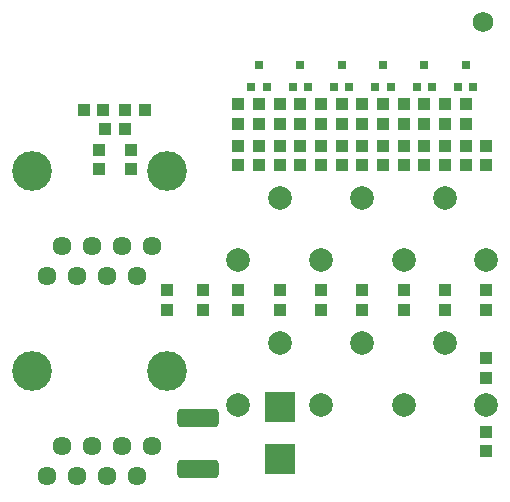
<source format=gbs>
G04*
G04 #@! TF.GenerationSoftware,Altium Limited,CircuitStudio,1.5.2 (30)*
G04*
G04 Layer_Color=8150272*
%FSLAX44Y44*%
%MOMM*%
G71*
G01*
G75*
%ADD33R,1.1332X0.9932*%
%ADD38R,0.9932X1.1332*%
%ADD41C,1.7272*%
%ADD42C,1.6112*%
%ADD43C,3.3732*%
%ADD44C,2.0032*%
%ADD45R,2.6032X2.6032*%
G04:AMPARAMS|DCode=46|XSize=1.5432mm|YSize=3.4932mm|CornerRadius=0.2691mm|HoleSize=0mm|Usage=FLASHONLY|Rotation=90.000|XOffset=0mm|YOffset=0mm|HoleType=Round|Shape=RoundedRectangle|*
%AMROUNDEDRECTD46*
21,1,1.5432,2.9550,0,0,90.0*
21,1,1.0050,3.4932,0,0,90.0*
1,1,0.5382,1.4775,0.5025*
1,1,0.5382,1.4775,-0.5025*
1,1,0.5382,-1.4775,-0.5025*
1,1,0.5382,-1.4775,0.5025*
%
%ADD46ROUNDEDRECTD46*%
%ADD47R,0.8032X0.8032*%
D33*
X452500Y943200D02*
D03*
Y926800D02*
D03*
X482500Y943200D02*
D03*
Y926800D02*
D03*
X722500D02*
D03*
Y943200D02*
D03*
X394430Y1045790D02*
D03*
Y1062190D02*
D03*
X421730Y1045890D02*
D03*
Y1062290D02*
D03*
X652580Y1100690D02*
D03*
Y1084290D02*
D03*
X617580Y1100690D02*
D03*
Y1084290D02*
D03*
X582580Y1100690D02*
D03*
Y1084290D02*
D03*
X547580Y1100690D02*
D03*
Y1084290D02*
D03*
X512500Y1100700D02*
D03*
Y1084300D02*
D03*
X687580Y1049290D02*
D03*
Y1065690D02*
D03*
X652580Y1049290D02*
D03*
Y1065690D02*
D03*
X617580Y1049290D02*
D03*
Y1065690D02*
D03*
X582580Y1049290D02*
D03*
Y1065690D02*
D03*
X547580Y1049290D02*
D03*
Y1065690D02*
D03*
X512580Y1049290D02*
D03*
Y1065690D02*
D03*
X705080D02*
D03*
Y1049290D02*
D03*
X670080Y1065690D02*
D03*
Y1049290D02*
D03*
X635080Y1065690D02*
D03*
Y1049290D02*
D03*
X600080Y1065690D02*
D03*
Y1049290D02*
D03*
X565080Y1065690D02*
D03*
Y1049290D02*
D03*
X530080Y1065690D02*
D03*
Y1049290D02*
D03*
X705080Y1084290D02*
D03*
Y1100690D02*
D03*
X670080Y1084290D02*
D03*
Y1100690D02*
D03*
X635080Y1084290D02*
D03*
Y1100690D02*
D03*
X600080Y1084290D02*
D03*
Y1100690D02*
D03*
X565080Y1084290D02*
D03*
Y1100690D02*
D03*
X530080Y1084290D02*
D03*
Y1100690D02*
D03*
X687580Y926790D02*
D03*
Y943190D02*
D03*
X652580Y926790D02*
D03*
Y943190D02*
D03*
X617580Y926790D02*
D03*
Y943190D02*
D03*
X582580Y926790D02*
D03*
Y943190D02*
D03*
X547580Y926790D02*
D03*
Y943190D02*
D03*
X512580Y926790D02*
D03*
Y943190D02*
D03*
X722580Y1049290D02*
D03*
Y1065690D02*
D03*
X687500Y1100700D02*
D03*
Y1084300D02*
D03*
X722580Y823190D02*
D03*
Y806790D02*
D03*
Y869290D02*
D03*
Y885690D02*
D03*
D38*
X433200Y1096250D02*
D03*
X416800D02*
D03*
X398200D02*
D03*
X381800D02*
D03*
X399880Y1079990D02*
D03*
X416280D02*
D03*
D41*
X720000Y1170000D02*
D03*
D42*
X363330Y980990D02*
D03*
X388730D02*
D03*
X414130D02*
D03*
X439530D02*
D03*
X426830Y955590D02*
D03*
X401430D02*
D03*
X376030D02*
D03*
X350630D02*
D03*
X363330Y810990D02*
D03*
X388730D02*
D03*
X414130D02*
D03*
X439530D02*
D03*
X426830Y785590D02*
D03*
X401430D02*
D03*
X376030D02*
D03*
X350630D02*
D03*
D43*
X452230Y1044490D02*
D03*
X337930D02*
D03*
X452230Y874490D02*
D03*
X337930D02*
D03*
D44*
X722500Y969000D02*
D03*
X687500Y1021000D02*
D03*
X652500Y969000D02*
D03*
X617500Y1021000D02*
D03*
X582500Y969000D02*
D03*
X547500Y1021000D02*
D03*
X512500Y969000D02*
D03*
X512580Y846490D02*
D03*
X547580Y898490D02*
D03*
X582580Y846490D02*
D03*
X617580Y898490D02*
D03*
X652580Y846490D02*
D03*
X687580Y898490D02*
D03*
X722580Y846490D02*
D03*
D45*
X547500Y800500D02*
D03*
Y844500D02*
D03*
D46*
X478750Y835250D02*
D03*
Y792250D02*
D03*
D47*
X698580Y1115740D02*
D03*
X711580D02*
D03*
X705080Y1134240D02*
D03*
X663580Y1115740D02*
D03*
X676580D02*
D03*
X670080Y1134240D02*
D03*
X628580Y1115740D02*
D03*
X641580D02*
D03*
X635080Y1134240D02*
D03*
X593580Y1115740D02*
D03*
X606580D02*
D03*
X600080Y1134240D02*
D03*
X558580Y1115740D02*
D03*
X571580D02*
D03*
X565080Y1134240D02*
D03*
X523580Y1115740D02*
D03*
X536580D02*
D03*
X530080Y1134240D02*
D03*
M02*

</source>
